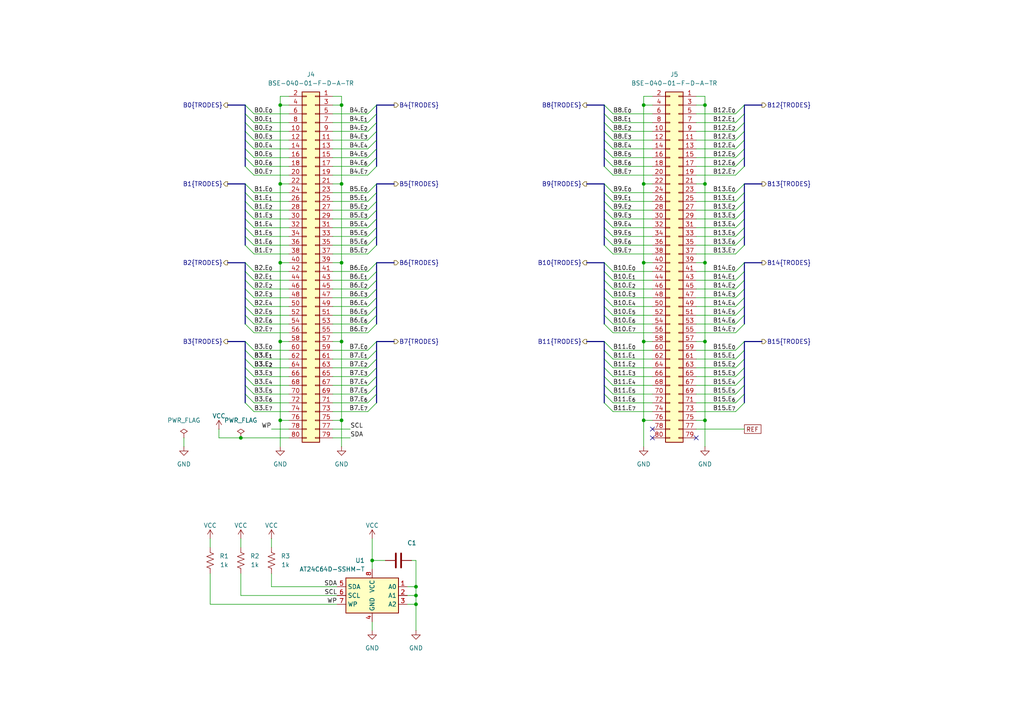
<source format=kicad_sch>
(kicad_sch (version 20250114) (generator "eeschema") (generator_version "9.0")
  (paper "A4")
  (title_block (title "Ephys Test Module - 64 Channel (MOLC)") (rev "B") (company "Open Ephys, Inc."))
  (lib_symbols
    (symbol "Connector_Generic:Conn_02x40_Odd_Even" (pin_names (offset 1.016) (hide yes))
      (property "Reference" "J" (at 1.27 50.8 0))
      (property "Value" "Conn_02x40_Odd_Even" (at 1.27 -53.34 0))
      (symbol "Conn_02x40_Odd_Even_1_1"
        (pin passive line (at -5.08 48.26 0) (length 3.81) (name "Pin_1") (number "1"))
        (pin passive line (at -5.08 45.72 0) (length 3.81) (name "Pin_3") (number "3"))
        (pin passive line (at -5.08 43.18 0) (length 3.81) (name "Pin_5") (number "5"))
        (pin passive line (at -5.08 40.64 0) (length 3.81) (name "Pin_7") (number "7"))
        (pin passive line (at -5.08 38.1 0) (length 3.81) (name "Pin_9") (number "9"))
        (pin passive line (at -5.08 35.56 0) (length 3.81) (name "Pin_11") (number "11"))
        (pin passive line (at -5.08 33.02 0) (length 3.81) (name "Pin_13") (number "13"))
        (pin passive line (at -5.08 30.48 0) (length 3.81) (name "Pin_15") (number "15"))
        (pin passive line (at -5.08 27.94 0) (length 3.81) (name "Pin_17") (number "17"))
        (pin passive line (at -5.08 25.4 0) (length 3.81) (name "Pin_19") (number "19"))
        (pin passive line (at -5.08 22.86 0) (length 3.81) (name "Pin_21") (number "21"))
        (pin passive line (at -5.08 20.32 0) (length 3.81) (name "Pin_23") (number "23"))
        (pin passive line (at -5.08 17.78 0) (length 3.81) (name "Pin_25") (number "25"))
        (pin passive line (at -5.08 15.24 0) (length 3.81) (name "Pin_27") (number "27"))
        (pin passive line (at -5.08 12.7 0) (length 3.81) (name "Pin_29") (number "29"))
        (pin passive line (at -5.08 10.16 0) (length 3.81) (name "Pin_31") (number "31"))
        (pin passive line (at -5.08 7.62 0) (length 3.81) (name "Pin_33") (number "33"))
        (pin passive line (at -5.08 5.08 0) (length 3.81) (name "Pin_35") (number "35"))
        (pin passive line (at -5.08 2.54 0) (length 3.81) (name "Pin_37") (number "37"))
        (pin passive line (at -5.08 0 0) (length 3.81) (name "Pin_39") (number "39"))
        (pin passive line (at -5.08 -2.54 0) (length 3.81) (name "Pin_41") (number "41"))
        (pin passive line (at -5.08 -5.08 0) (length 3.81) (name "Pin_43") (number "43"))
        (pin passive line (at -5.08 -7.62 0) (length 3.81) (name "Pin_45") (number "45"))
        (pin passive line (at -5.08 -10.16 0) (length 3.81) (name "Pin_47") (number "47"))
        (pin passive line (at -5.08 -12.7 0) (length 3.81) (name "Pin_49") (number "49"))
        (pin passive line (at -5.08 -15.24 0) (length 3.81) (name "Pin_51") (number "51"))
        (pin passive line (at -5.08 -17.78 0) (length 3.81) (name "Pin_53") (number "53"))
        (pin passive line (at -5.08 -20.32 0) (length 3.81) (name "Pin_55") (number "55"))
        (pin passive line (at -5.08 -22.86 0) (length 3.81) (name "Pin_57") (number "57"))
        (pin passive line (at -5.08 -25.4 0) (length 3.81) (name "Pin_59") (number "59"))
        (pin passive line (at -5.08 -27.94 0) (length 3.81) (name "Pin_61") (number "61"))
        (pin passive line (at -5.08 -30.48 0) (length 3.81) (name "Pin_63") (number "63"))
        (pin passive line (at -5.08 -33.02 0) (length 3.81) (name "Pin_65") (number "65"))
        (pin passive line (at -5.08 -35.56 0) (length 3.81) (name "Pin_67") (number "67"))
        (pin passive line (at -5.08 -38.1 0) (length 3.81) (name "Pin_69") (number "69"))
        (pin passive line (at -5.08 -40.64 0) (length 3.81) (name "Pin_71") (number "71"))
        (pin passive line (at -5.08 -43.18 0) (length 3.81) (name "Pin_73") (number "73"))
        (pin passive line (at -5.08 -45.72 0) (length 3.81) (name "Pin_75") (number "75"))
        (pin passive line (at -5.08 -48.26 0) (length 3.81) (name "Pin_77") (number "77"))
        (pin passive line (at -5.08 -50.8 0) (length 3.81) (name "Pin_79") (number "79"))
        (pin passive line (at 7.62 48.26 180) (length 3.81) (name "Pin_2") (number "2"))
        (pin passive line (at 7.62 45.72 180) (length 3.81) (name "Pin_4") (number "4"))
        (pin passive line (at 7.62 43.18 180) (length 3.81) (name "Pin_6") (number "6"))
        (pin passive line (at 7.62 40.64 180) (length 3.81) (name "Pin_8") (number "8"))
        (pin passive line (at 7.62 38.1 180) (length 3.81) (name "Pin_10") (number "10"))
        (pin passive line (at 7.62 35.56 180) (length 3.81) (name "Pin_12") (number "12"))
        (pin passive line (at 7.62 33.02 180) (length 3.81) (name "Pin_14") (number "14"))
        (pin passive line (at 7.62 30.48 180) (length 3.81) (name "Pin_16") (number "16"))
        (pin passive line (at 7.62 27.94 180) (length 3.81) (name "Pin_18") (number "18"))
        (pin passive line (at 7.62 25.4 180) (length 3.81) (name "Pin_20") (number "20"))
        (pin passive line (at 7.62 22.86 180) (length 3.81) (name "Pin_22") (number "22"))
        (pin passive line (at 7.62 20.32 180) (length 3.81) (name "Pin_24") (number "24"))
        (pin passive line (at 7.62 17.78 180) (length 3.81) (name "Pin_26") (number "26"))
        (pin passive line (at 7.62 15.24 180) (length 3.81) (name "Pin_28") (number "28"))
        (pin passive line (at 7.62 12.7 180) (length 3.81) (name "Pin_30") (number "30"))
        (pin passive line (at 7.62 10.16 180) (length 3.81) (name "Pin_32") (number "32"))
        (pin passive line (at 7.62 7.62 180) (length 3.81) (name "Pin_34") (number "34"))
        (pin passive line (at 7.62 5.08 180) (length 3.81) (name "Pin_36") (number "36"))
        (pin passive line (at 7.62 2.54 180) (length 3.81) (name "Pin_38") (number "38"))
        (pin passive line (at 7.62 0 180) (length 3.81) (name "Pin_40") (number "40"))
        (pin passive line (at 7.62 -2.54 180) (length 3.81) (name "Pin_42") (number "42"))
        (pin passive line (at 7.62 -5.08 180) (length 3.81) (name "Pin_44") (number "44"))
        (pin passive line (at 7.62 -7.62 180) (length 3.81) (name "Pin_46") (number "46"))
        (pin passive line (at 7.62 -10.16 180) (length 3.81) (name "Pin_48") (number "48"))
        (pin passive line (at 7.62 -12.7 180) (length 3.81) (name "Pin_50") (number "50"))
        (pin passive line (at 7.62 -15.24 180) (length 3.81) (name "Pin_52") (number "52"))
        (pin passive line (at 7.62 -17.78 180) (length 3.81) (name "Pin_54") (number "54"))
        (pin passive line (at 7.62 -20.32 180) (length 3.81) (name "Pin_56") (number "56"))
        (pin passive line (at 7.62 -22.86 180) (length 3.81) (name "Pin_58") (number "58"))
        (pin passive line (at 7.62 -25.4 180) (length 3.81) (name "Pin_60") (number "60"))
        (pin passive line (at 7.62 -27.94 180) (length 3.81) (name "Pin_62") (number "62"))
        (pin passive line (at 7.62 -30.48 180) (length 3.81) (name "Pin_64") (number "64"))
        (pin passive line (at 7.62 -33.02 180) (length 3.81) (name "Pin_66") (number "66"))
        (pin passive line (at 7.62 -35.56 180) (length 3.81) (name "Pin_68") (number "68"))
        (pin passive line (at 7.62 -38.1 180) (length 3.81) (name "Pin_70") (number "70"))
        (pin passive line (at 7.62 -40.64 180) (length 3.81) (name "Pin_72") (number "72"))
        (pin passive line (at 7.62 -43.18 180) (length 3.81) (name "Pin_74") (number "74"))
        (pin passive line (at 7.62 -45.72 180) (length 3.81) (name "Pin_76") (number "76"))
        (pin passive line (at 7.62 -48.26 180) (length 3.81) (name "Pin_78") (number "78"))
        (pin passive line (at 7.62 -50.8 180) (length 3.81) (name "Pin_80") (number "80"))
      )
    )
    (symbol "Device:C" (pin_numbers (hide yes)) (pin_names (offset 0.254))
      (property "Reference" "C" (at 0.635 2.54 0))
      (property "Value" "C" (at 0.635 -2.54 0))
      (symbol "C_1_1"
        (pin passive line (at 0 3.81 270) (length 2.794) (name "~") (number "1"))
        (pin passive line (at 0 -3.81 90) (length 2.794) (name "~") (number "2"))
      )
    )
    (symbol "Device:R_US" (pin_numbers (hide yes)) (pin_names (offset 0))
      (property "Reference" "R" (at 2.54 0 90))
      (property "Value" "R_US" (at -2.54 0 90))
      (symbol "R_US_1_1"
        (pin passive line (at 0 3.81 270) (length 1.27) (name "~") (number "1"))
        (pin passive line (at 0 -3.81 90) (length 1.27) (name "~") (number "2"))
      )
    )
    (symbol "Memory_EEPROM:AT24CS01-SSHM"
      (property "Reference" "U" (at -7.62 6.35 0))
      (property "Value" "AT24CS01-SSHM" (at 2.54 -6.35 0))
      (symbol "AT24CS01-SSHM_1_1"
        (pin input line (at -10.16 2.54 0) (length 2.54) (name "A0") (number "1"))
        (pin input line (at -10.16 0 0) (length 2.54) (name "A1") (number "2"))
        (pin input line (at -10.16 -2.54 0) (length 2.54) (name "A2") (number "3"))
        (pin power_in line (at 0 7.62 270) (length 2.54) (name "VCC") (number "8"))
        (pin power_in line (at 0 -7.62 90) (length 2.54) (name "GND") (number "4"))
        (pin bidirectional line (at 10.16 2.54 180) (length 2.54) (name "SDA") (number "5"))
        (pin input line (at 10.16 0 180) (length 2.54) (name "SCL") (number "6"))
        (pin input line (at 10.16 -2.54 180) (length 2.54) (name "WP") (number "7"))
      )
    )
    (symbol "power:GND" (power) (pin_numbers (hide yes)) (pin_names (offset 0) (hide yes))
      (property "Value" "GND" (at 0 -3.81 0))
      (symbol "GND_1_1"
        (pin power_in line (at 0 0 270) (length 0) (name "~") (number "1"))
      )
    )
    (symbol "power:PWR_FLAG" (power) (pin_numbers (hide yes)) (pin_names (offset 0) (hide yes))
      (property "Value" "PWR_FLAG" (at 0 3.81 0))
      (symbol "PWR_FLAG_0_0"
        (pin power_out line (at 0 0 90) (length 0) (name "~") (number "1"))
      )
    )
    (symbol "power:VCC" (power) (pin_numbers (hide yes)) (pin_names (offset 0) (hide yes))
      (property "Value" "VCC" (at 0 3.556 0))
      (symbol "VCC_1_1"
        (pin power_in line (at 0 0 90) (length 0) (name "~") (number "1"))
      )
    )
  )
  (bus_alias "TRODES" (members "E_{0}" "E_{1}" "E_{2}" "E_{3}" "E_{4}" "E_{5}" "E_{6}" "E_{7}"))
  (junction (at 81.28 99.06))
  (junction (at 99.06 99.06))
  (junction (at 204.47 121.92))
  (junction (at 99.06 76.2))
  (junction (at 186.69 30.48))
  (junction (at 120.65 172.72))
  (junction (at 186.69 121.92))
  (junction (at 81.28 30.48))
  (junction (at 186.69 76.2))
  (junction (at 107.95 162.56))
  (junction (at 81.28 53.34))
  (junction (at 69.85 127))
  (junction (at 99.06 121.92))
  (junction (at 204.47 30.48))
  (junction (at 81.28 76.2))
  (junction (at 99.06 53.34))
  (junction (at 120.65 170.18))
  (junction (at 186.69 53.34))
  (junction (at 99.06 30.48))
  (junction (at 204.47 76.2))
  (junction (at 81.28 121.92))
  (junction (at 120.65 175.26))
  (junction (at 204.47 53.34))
  (junction (at 186.69 99.06))
  (junction (at 204.47 99.06))
  (no_connect (at 189.23 124.46))
  (no_connect (at 189.23 127))
  (no_connect (at 201.93 127))
  (bus_entry (at 71.12 101.6) (size 2.54 2.54))
  (bus_entry (at 215.9 111.76) (size -2.54 2.54))
  (bus_entry (at 109.22 109.22) (size -2.54 2.54))
  (bus_entry (at 109.22 93.98) (size -2.54 2.54))
  (bus_entry (at 215.9 45.72) (size -2.54 2.54))
  (bus_entry (at 215.9 63.5) (size -2.54 2.54))
  (bus_entry (at 71.12 99.06) (size 2.54 2.54))
  (bus_entry (at 109.22 63.5) (size -2.54 2.54))
  (bus_entry (at 215.9 68.58) (size -2.54 2.54))
  (bus_entry (at 175.26 104.14) (size 2.54 2.54))
  (bus_entry (at 175.26 38.1) (size 2.54 2.54))
  (bus_entry (at 71.12 71.12) (size 2.54 2.54))
  (bus_entry (at 215.9 30.48) (size -2.54 2.54))
  (bus_entry (at 109.22 88.9) (size -2.54 2.54))
  (bus_entry (at 175.26 30.48) (size 2.54 2.54))
  (bus_entry (at 215.9 55.88) (size -2.54 2.54))
  (bus_entry (at 175.26 48.26) (size 2.54 2.54))
  (bus_entry (at 109.22 35.56) (size -2.54 2.54))
  (bus_entry (at 215.9 40.64) (size -2.54 2.54))
  (bus_entry (at 109.22 45.72) (size -2.54 2.54))
  (bus_entry (at 175.26 63.5) (size 2.54 2.54))
  (bus_entry (at 175.26 66.04) (size 2.54 2.54))
  (bus_entry (at 175.26 76.2) (size 2.54 2.54))
  (bus_entry (at 175.26 93.98) (size 2.54 2.54))
  (bus_entry (at 175.26 53.34) (size 2.54 2.54))
  (bus_entry (at 109.22 91.44) (size -2.54 2.54))
  (bus_entry (at 109.22 58.42) (size -2.54 2.54))
  (bus_entry (at 109.22 99.06) (size -2.54 2.54))
  (bus_entry (at 215.9 91.44) (size -2.54 2.54))
  (bus_entry (at 175.26 109.22) (size 2.54 2.54))
  (bus_entry (at 71.12 81.28) (size 2.54 2.54))
  (bus_entry (at 175.26 114.3) (size 2.54 2.54))
  (bus_entry (at 109.22 48.26) (size -2.54 2.54))
  (bus_entry (at 175.26 78.74) (size 2.54 2.54))
  (bus_entry (at 71.12 43.18) (size 2.54 2.54))
  (bus_entry (at 71.12 55.88) (size 2.54 2.54))
  (bus_entry (at 175.26 33.02) (size 2.54 2.54))
  (bus_entry (at 109.22 40.64) (size -2.54 2.54))
  (bus_entry (at 215.9 33.02) (size -2.54 2.54))
  (bus_entry (at 175.26 83.82) (size 2.54 2.54))
  (bus_entry (at 175.26 55.88) (size 2.54 2.54))
  (bus_entry (at 71.12 104.14) (size 2.54 2.54))
  (bus_entry (at 215.9 104.14) (size -2.54 2.54))
  (bus_entry (at 215.9 81.28) (size -2.54 2.54))
  (bus_entry (at 71.12 30.48) (size 2.54 2.54))
  (bus_entry (at 109.22 83.82) (size -2.54 2.54))
  (bus_entry (at 215.9 106.68) (size -2.54 2.54))
  (bus_entry (at 109.22 78.74) (size -2.54 2.54))
  (bus_entry (at 71.12 68.58) (size 2.54 2.54))
  (bus_entry (at 215.9 93.98) (size -2.54 2.54))
  (bus_entry (at 109.22 33.02) (size -2.54 2.54))
  (bus_entry (at 175.26 99.06) (size 2.54 2.54))
  (bus_entry (at 109.22 66.04) (size -2.54 2.54))
  (bus_entry (at 109.22 60.96) (size -2.54 2.54))
  (bus_entry (at 175.26 58.42) (size 2.54 2.54))
  (bus_entry (at 71.12 48.26) (size 2.54 2.54))
  (bus_entry (at 175.26 88.9) (size 2.54 2.54))
  (bus_entry (at 71.12 93.98) (size 2.54 2.54))
  (bus_entry (at 215.9 71.12) (size -2.54 2.54))
  (bus_entry (at 175.26 71.12) (size 2.54 2.54))
  (bus_entry (at 109.22 81.28) (size -2.54 2.54))
  (bus_entry (at 109.22 111.76) (size -2.54 2.54))
  (bus_entry (at 71.12 86.36) (size 2.54 2.54))
  (bus_entry (at 71.12 40.64) (size 2.54 2.54))
  (bus_entry (at 175.26 111.76) (size 2.54 2.54))
  (bus_entry (at 71.12 45.72) (size 2.54 2.54))
  (bus_entry (at 109.22 76.2) (size -2.54 2.54))
  (bus_entry (at 71.12 53.34) (size 2.54 2.54))
  (bus_entry (at 109.22 116.84) (size -2.54 2.54))
  (bus_entry (at 71.12 116.84) (size 2.54 2.54))
  (bus_entry (at 109.22 30.48) (size -2.54 2.54))
  (bus_entry (at 71.12 88.9) (size 2.54 2.54))
  (bus_entry (at 215.9 58.42) (size -2.54 2.54))
  (bus_entry (at 109.22 86.36) (size -2.54 2.54))
  (bus_entry (at 71.12 63.5) (size 2.54 2.54))
  (bus_entry (at 215.9 35.56) (size -2.54 2.54))
  (bus_entry (at 71.12 33.02) (size 2.54 2.54))
  (bus_entry (at 109.22 55.88) (size -2.54 2.54))
  (bus_entry (at 215.9 78.74) (size -2.54 2.54))
  (bus_entry (at 109.22 114.3) (size -2.54 2.54))
  (bus_entry (at 71.12 76.2) (size 2.54 2.54))
  (bus_entry (at 109.22 106.68) (size -2.54 2.54))
  (bus_entry (at 215.9 88.9) (size -2.54 2.54))
  (bus_entry (at 175.26 45.72) (size 2.54 2.54))
  (bus_entry (at 175.26 86.36) (size 2.54 2.54))
  (bus_entry (at 109.22 68.58) (size -2.54 2.54))
  (bus_entry (at 175.26 60.96) (size 2.54 2.54))
  (bus_entry (at 215.9 38.1) (size -2.54 2.54))
  (bus_entry (at 215.9 99.06) (size -2.54 2.54))
  (bus_entry (at 175.26 43.18) (size 2.54 2.54))
  (bus_entry (at 215.9 116.84) (size -2.54 2.54))
  (bus_entry (at 215.9 43.18) (size -2.54 2.54))
  (bus_entry (at 215.9 101.6) (size -2.54 2.54))
  (bus_entry (at 71.12 66.04) (size 2.54 2.54))
  (bus_entry (at 71.12 91.44) (size 2.54 2.54))
  (bus_entry (at 109.22 38.1) (size -2.54 2.54))
  (bus_entry (at 215.9 66.04) (size -2.54 2.54))
  (bus_entry (at 109.22 71.12) (size -2.54 2.54))
  (bus_entry (at 215.9 83.82) (size -2.54 2.54))
  (bus_entry (at 175.26 101.6) (size 2.54 2.54))
  (bus_entry (at 71.12 83.82) (size 2.54 2.54))
  (bus_entry (at 175.26 106.68) (size 2.54 2.54))
  (bus_entry (at 71.12 35.56) (size 2.54 2.54))
  (bus_entry (at 71.12 58.42) (size 2.54 2.54))
  (bus_entry (at 215.9 60.96) (size -2.54 2.54))
  (bus_entry (at 175.26 116.84) (size 2.54 2.54))
  (bus_entry (at 71.12 106.68) (size 2.54 2.54))
  (bus_entry (at 175.26 40.64) (size 2.54 2.54))
  (bus_entry (at 175.26 68.58) (size 2.54 2.54))
  (bus_entry (at 175.26 91.44) (size 2.54 2.54))
  (bus_entry (at 109.22 104.14) (size -2.54 2.54))
  (bus_entry (at 215.9 53.34) (size -2.54 2.54))
  (bus_entry (at 215.9 109.22) (size -2.54 2.54))
  (bus_entry (at 215.9 76.2) (size -2.54 2.54))
  (bus_entry (at 215.9 114.3) (size -2.54 2.54))
  (bus_entry (at 109.22 43.18) (size -2.54 2.54))
  (bus_entry (at 71.12 111.76) (size 2.54 2.54))
  (bus_entry (at 71.12 60.96) (size 2.54 2.54))
  (bus_entry (at 71.12 109.22) (size 2.54 2.54))
  (bus_entry (at 215.9 48.26) (size -2.54 2.54))
  (bus_entry (at 71.12 114.3) (size 2.54 2.54))
  (bus_entry (at 109.22 101.6) (size -2.54 2.54))
  (bus_entry (at 175.26 35.56) (size 2.54 2.54))
  (bus_entry (at 71.12 38.1) (size 2.54 2.54))
  (bus_entry (at 109.22 53.34) (size -2.54 2.54))
  (bus_entry (at 71.12 78.74) (size 2.54 2.54))
  (bus_entry (at 215.9 86.36) (size -2.54 2.54))
  (bus_entry (at 175.26 81.28) (size 2.54 2.54))
  (wire (pts (xy 186.69 76.2) (xy 186.69 99.06)))
  (wire (pts (xy 96.52 88.9) (xy 106.68 88.9)))
  (wire (pts (xy 96.52 99.06) (xy 99.06 99.06)))
  (wire (pts (xy 73.66 60.96) (xy 83.82 60.96)))
  (wire (pts (xy 99.06 99.06) (xy 99.06 121.92)))
  (bus (pts (xy 109.22 106.68) (xy 109.22 109.22)))
  (wire (pts (xy 201.93 88.9) (xy 213.36 88.9)))
  (wire (pts (xy 201.93 81.28) (xy 213.36 81.28)))
  (wire (pts (xy 177.8 119.38) (xy 189.23 119.38)))
  (bus (pts (xy 175.26 58.42) (xy 175.26 60.96)))
  (bus (pts (xy 71.12 45.72) (xy 71.12 48.26)))
  (wire (pts (xy 177.8 60.96) (xy 189.23 60.96)))
  (wire (pts (xy 177.8 43.18) (xy 189.23 43.18)))
  (bus (pts (xy 109.22 66.04) (xy 109.22 68.58)))
  (wire (pts (xy 186.69 76.2) (xy 189.23 76.2)))
  (wire (pts (xy 73.66 63.5) (xy 83.82 63.5)))
  (wire (pts (xy 96.52 81.28) (xy 106.68 81.28)))
  (bus (pts (xy 109.22 114.3) (xy 109.22 116.84)))
  (bus (pts (xy 175.26 104.14) (xy 175.26 106.68)))
  (bus (pts (xy 175.26 88.9) (xy 175.26 91.44)))
  (wire (pts (xy 177.8 40.64) (xy 189.23 40.64)))
  (wire (pts (xy 201.93 27.94) (xy 204.47 27.94)))
  (wire (pts (xy 96.52 83.82) (xy 106.68 83.82)))
  (wire (pts (xy 189.23 121.92) (xy 186.69 121.92)))
  (bus (pts (xy 215.9 86.36) (xy 215.9 88.9)))
  (bus (pts (xy 114.3 76.2) (xy 109.22 76.2)))
  (wire (pts (xy 177.8 63.5) (xy 189.23 63.5)))
  (wire (pts (xy 96.52 111.76) (xy 106.68 111.76)))
  (wire (pts (xy 81.28 27.94) (xy 81.28 30.48)))
  (wire (pts (xy 96.52 43.18) (xy 106.68 43.18)))
  (wire (pts (xy 81.28 99.06) (xy 81.28 121.92)))
  (wire (pts (xy 201.93 33.02) (xy 213.36 33.02)))
  (wire (pts (xy 201.93 78.74) (xy 213.36 78.74)))
  (bus (pts (xy 71.12 81.28) (xy 71.12 83.82)))
  (wire (pts (xy 177.8 68.58) (xy 189.23 68.58)))
  (wire (pts (xy 96.52 104.14) (xy 106.68 104.14)))
  (wire (pts (xy 120.65 162.56) (xy 119.38 162.56)))
  (bus (pts (xy 109.22 53.34) (xy 109.22 55.88)))
  (wire (pts (xy 201.93 76.2) (xy 204.47 76.2)))
  (wire (pts (xy 177.8 111.76) (xy 189.23 111.76)))
  (wire (pts (xy 73.66 86.36) (xy 83.82 86.36)))
  (bus (pts (xy 71.12 111.76) (xy 71.12 114.3)))
  (bus (pts (xy 71.12 63.5) (xy 71.12 66.04)))
  (wire (pts (xy 96.52 68.58) (xy 106.68 68.58)))
  (wire (pts (xy 201.93 111.76) (xy 213.36 111.76)))
  (wire (pts (xy 69.85 166.37) (xy 69.85 172.72)))
  (wire (pts (xy 107.95 156.21) (xy 107.95 162.56)))
  (wire (pts (xy 186.69 30.48) (xy 186.69 53.34)))
  (wire (pts (xy 96.52 53.34) (xy 99.06 53.34)))
  (wire (pts (xy 177.8 109.22) (xy 189.23 109.22)))
  (bus (pts (xy 66.04 30.48) (xy 71.12 30.48)))
  (bus (pts (xy 220.98 30.48) (xy 215.9 30.48)))
  (wire (pts (xy 186.69 53.34) (xy 189.23 53.34)))
  (wire (pts (xy 96.52 71.12) (xy 106.68 71.12)))
  (wire (pts (xy 73.66 83.82) (xy 83.82 83.82)))
  (bus (pts (xy 175.26 63.5) (xy 175.26 66.04)))
  (wire (pts (xy 81.28 76.2) (xy 83.82 76.2)))
  (wire (pts (xy 73.66 38.1) (xy 83.82 38.1)))
  (bus (pts (xy 71.12 55.88) (xy 71.12 58.42)))
  (wire (pts (xy 177.8 38.1) (xy 189.23 38.1)))
  (wire (pts (xy 96.52 116.84) (xy 106.68 116.84)))
  (bus (pts (xy 215.9 68.58) (xy 215.9 71.12)))
  (wire (pts (xy 118.11 172.72) (xy 120.65 172.72)))
  (wire (pts (xy 177.8 55.88) (xy 189.23 55.88)))
  (bus (pts (xy 109.22 78.74) (xy 109.22 81.28)))
  (wire (pts (xy 177.8 91.44) (xy 189.23 91.44)))
  (bus (pts (xy 175.26 30.48) (xy 175.26 33.02)))
  (wire (pts (xy 204.47 99.06) (xy 204.47 121.92)))
  (bus (pts (xy 109.22 35.56) (xy 109.22 38.1)))
  (bus (pts (xy 220.98 53.34) (xy 215.9 53.34)))
  (wire (pts (xy 81.28 30.48) (xy 81.28 53.34)))
  (bus (pts (xy 175.26 99.06) (xy 175.26 101.6)))
  (wire (pts (xy 96.52 55.88) (xy 106.68 55.88)))
  (bus (pts (xy 66.04 99.06) (xy 71.12 99.06)))
  (wire (pts (xy 73.66 119.38) (xy 83.82 119.38)))
  (wire (pts (xy 96.52 93.98) (xy 106.68 93.98)))
  (bus (pts (xy 215.9 78.74) (xy 215.9 81.28)))
  (bus (pts (xy 71.12 60.96) (xy 71.12 63.5)))
  (wire (pts (xy 96.52 30.48) (xy 99.06 30.48)))
  (bus (pts (xy 109.22 40.64) (xy 109.22 43.18)))
  (wire (pts (xy 73.66 81.28) (xy 83.82 81.28)))
  (wire (pts (xy 96.52 48.26) (xy 106.68 48.26)))
  (wire (pts (xy 73.66 106.68) (xy 83.82 106.68)))
  (bus (pts (xy 109.22 111.76) (xy 109.22 114.3)))
  (wire (pts (xy 201.93 124.46) (xy 215.9 124.46)))
  (wire (pts (xy 177.8 48.26) (xy 189.23 48.26)))
  (bus (pts (xy 109.22 86.36) (xy 109.22 88.9)))
  (bus (pts (xy 175.26 60.96) (xy 175.26 63.5)))
  (wire (pts (xy 73.66 58.42) (xy 83.82 58.42)))
  (wire (pts (xy 73.66 73.66) (xy 83.82 73.66)))
  (wire (pts (xy 53.34 127) (xy 53.34 129.54)))
  (wire (pts (xy 96.52 109.22) (xy 106.68 109.22)))
  (wire (pts (xy 201.93 63.5) (xy 213.36 63.5)))
  (bus (pts (xy 109.22 109.22) (xy 109.22 111.76)))
  (wire (pts (xy 96.52 58.42) (xy 106.68 58.42)))
  (wire (pts (xy 96.52 101.6) (xy 106.68 101.6)))
  (wire (pts (xy 96.52 45.72) (xy 106.68 45.72)))
  (wire (pts (xy 96.52 119.38) (xy 106.68 119.38)))
  (wire (pts (xy 201.93 73.66) (xy 213.36 73.66)))
  (bus (pts (xy 215.9 33.02) (xy 215.9 35.56)))
  (bus (pts (xy 109.22 38.1) (xy 109.22 40.64)))
  (wire (pts (xy 201.93 114.3) (xy 213.36 114.3)))
  (wire (pts (xy 96.52 38.1) (xy 106.68 38.1)))
  (wire (pts (xy 73.66 114.3) (xy 83.82 114.3)))
  (wire (pts (xy 73.66 48.26) (xy 83.82 48.26)))
  (bus (pts (xy 175.26 78.74) (xy 175.26 81.28)))
  (bus (pts (xy 71.12 78.74) (xy 71.12 81.28)))
  (wire (pts (xy 177.8 73.66) (xy 189.23 73.66)))
  (wire (pts (xy 73.66 33.02) (xy 83.82 33.02)))
  (bus (pts (xy 109.22 45.72) (xy 109.22 48.26)))
  (wire (pts (xy 73.66 45.72) (xy 83.82 45.72)))
  (wire (pts (xy 83.82 121.92) (xy 81.28 121.92)))
  (bus (pts (xy 109.22 60.96) (xy 109.22 63.5)))
  (wire (pts (xy 60.96 175.26) (xy 97.79 175.26)))
  (wire (pts (xy 73.66 96.52) (xy 83.82 96.52)))
  (wire (pts (xy 186.69 121.92) (xy 186.69 129.54)))
  (bus (pts (xy 71.12 76.2) (xy 71.12 78.74)))
  (wire (pts (xy 69.85 156.21) (xy 69.85 158.75)))
  (bus (pts (xy 109.22 58.42) (xy 109.22 60.96)))
  (bus (pts (xy 109.22 33.02) (xy 109.22 35.56)))
  (wire (pts (xy 204.47 53.34) (xy 204.47 76.2)))
  (bus (pts (xy 175.26 109.22) (xy 175.26 111.76)))
  (wire (pts (xy 63.5 127) (xy 63.5 124.46)))
  (bus (pts (xy 175.26 76.2) (xy 175.26 78.74)))
  (wire (pts (xy 177.8 50.8) (xy 189.23 50.8)))
  (bus (pts (xy 215.9 66.04) (xy 215.9 68.58)))
  (bus (pts (xy 175.26 114.3) (xy 175.26 116.84)))
  (bus (pts (xy 71.12 33.02) (xy 71.12 35.56)))
  (bus (pts (xy 114.3 30.48) (xy 109.22 30.48)))
  (wire (pts (xy 73.66 101.6) (xy 83.82 101.6)))
  (wire (pts (xy 81.28 53.34) (xy 81.28 76.2)))
  (wire (pts (xy 60.96 175.26) (xy 60.96 166.37)))
  (wire (pts (xy 204.47 121.92) (xy 204.47 129.54)))
  (wire (pts (xy 96.52 73.66) (xy 106.68 73.66)))
  (bus (pts (xy 170.18 53.34) (xy 175.26 53.34)))
  (wire (pts (xy 73.66 35.56) (xy 83.82 35.56)))
  (bus (pts (xy 114.3 99.06) (xy 109.22 99.06)))
  (wire (pts (xy 177.8 81.28) (xy 189.23 81.28)))
  (bus (pts (xy 175.26 91.44) (xy 175.26 93.98)))
  (wire (pts (xy 201.93 45.72) (xy 213.36 45.72)))
  (bus (pts (xy 71.12 109.22) (xy 71.12 111.76)))
  (bus (pts (xy 71.12 66.04) (xy 71.12 68.58)))
  (bus (pts (xy 175.26 35.56) (xy 175.26 38.1)))
  (wire (pts (xy 96.52 33.02) (xy 106.68 33.02)))
  (bus (pts (xy 71.12 53.34) (xy 71.12 55.88)))
  (bus (pts (xy 175.26 33.02) (xy 175.26 35.56)))
  (wire (pts (xy 73.66 66.04) (xy 83.82 66.04)))
  (bus (pts (xy 109.22 30.48) (xy 109.22 33.02)))
  (bus (pts (xy 71.12 35.56) (xy 71.12 38.1)))
  (wire (pts (xy 96.52 86.36) (xy 106.68 86.36)))
  (bus (pts (xy 71.12 68.58) (xy 71.12 71.12)))
  (bus (pts (xy 215.9 35.56) (xy 215.9 38.1)))
  (wire (pts (xy 186.69 30.48) (xy 189.23 30.48)))
  (wire (pts (xy 201.93 40.64) (xy 213.36 40.64)))
  (wire (pts (xy 96.52 127) (xy 101.6 127)))
  (bus (pts (xy 175.26 68.58) (xy 175.26 71.12)))
  (wire (pts (xy 73.66 116.84) (xy 83.82 116.84)))
  (wire (pts (xy 201.93 86.36) (xy 213.36 86.36)))
  (wire (pts (xy 201.93 48.26) (xy 213.36 48.26)))
  (bus (pts (xy 215.9 60.96) (xy 215.9 63.5)))
  (wire (pts (xy 78.74 124.46) (xy 83.82 124.46)))
  (wire (pts (xy 73.66 111.76) (xy 83.82 111.76)))
  (bus (pts (xy 109.22 63.5) (xy 109.22 66.04)))
  (bus (pts (xy 66.04 53.34) (xy 71.12 53.34)))
  (bus (pts (xy 109.22 91.44) (xy 109.22 93.98)))
  (bus (pts (xy 109.22 99.06) (xy 109.22 101.6)))
  (wire (pts (xy 69.85 127) (xy 63.5 127)))
  (wire (pts (xy 73.66 55.88) (xy 83.82 55.88)))
  (wire (pts (xy 69.85 172.72) (xy 97.79 172.72)))
  (wire (pts (xy 201.93 38.1) (xy 213.36 38.1)))
  (bus (pts (xy 220.98 99.06) (xy 215.9 99.06)))
  (wire (pts (xy 120.65 170.18) (xy 120.65 172.72)))
  (bus (pts (xy 71.12 40.64) (xy 71.12 43.18)))
  (bus (pts (xy 71.12 114.3) (xy 71.12 116.84)))
  (wire (pts (xy 81.28 121.92) (xy 81.28 129.54)))
  (wire (pts (xy 201.93 101.6) (xy 213.36 101.6)))
  (bus (pts (xy 170.18 76.2) (xy 175.26 76.2)))
  (wire (pts (xy 186.69 27.94) (xy 186.69 30.48)))
  (bus (pts (xy 215.9 111.76) (xy 215.9 114.3)))
  (wire (pts (xy 73.66 71.12) (xy 83.82 71.12)))
  (wire (pts (xy 96.52 124.46) (xy 101.6 124.46)))
  (wire (pts (xy 201.93 55.88) (xy 213.36 55.88)))
  (wire (pts (xy 201.93 83.82) (xy 213.36 83.82)))
  (bus (pts (xy 215.9 114.3) (xy 215.9 116.84)))
  (bus (pts (xy 109.22 101.6) (xy 109.22 104.14)))
  (wire (pts (xy 73.66 43.18) (xy 83.82 43.18)))
  (wire (pts (xy 201.93 71.12) (xy 213.36 71.12)))
  (bus (pts (xy 170.18 99.06) (xy 175.26 99.06)))
  (wire (pts (xy 189.23 27.94) (xy 186.69 27.94)))
  (wire (pts (xy 201.93 109.22) (xy 213.36 109.22)))
  (wire (pts (xy 177.8 58.42) (xy 189.23 58.42)))
  (wire (pts (xy 201.93 93.98) (xy 213.36 93.98)))
  (wire (pts (xy 73.66 68.58) (xy 83.82 68.58)))
  (bus (pts (xy 109.22 88.9) (xy 109.22 91.44)))
  (bus (pts (xy 109.22 81.28) (xy 109.22 83.82)))
  (bus (pts (xy 109.22 68.58) (xy 109.22 71.12)))
  (bus (pts (xy 215.9 38.1) (xy 215.9 40.64)))
  (wire (pts (xy 201.93 119.38) (xy 213.36 119.38)))
  (wire (pts (xy 201.93 91.44) (xy 213.36 91.44)))
  (wire (pts (xy 96.52 40.64) (xy 106.68 40.64)))
  (bus (pts (xy 215.9 91.44) (xy 215.9 93.98)))
  (bus (pts (xy 215.9 58.42) (xy 215.9 60.96)))
  (wire (pts (xy 186.69 53.34) (xy 186.69 76.2)))
  (wire (pts (xy 177.8 66.04) (xy 189.23 66.04)))
  (bus (pts (xy 175.26 101.6) (xy 175.26 104.14)))
  (bus (pts (xy 71.12 38.1) (xy 71.12 40.64)))
  (bus (pts (xy 215.9 53.34) (xy 215.9 55.88)))
  (wire (pts (xy 81.28 76.2) (xy 81.28 99.06)))
  (wire (pts (xy 107.95 162.56) (xy 107.95 165.1)))
  (wire (pts (xy 201.93 53.34) (xy 204.47 53.34)))
  (wire (pts (xy 69.85 127) (xy 83.82 127)))
  (wire (pts (xy 201.93 60.96) (xy 213.36 60.96)))
  (bus (pts (xy 71.12 88.9) (xy 71.12 91.44)))
  (wire (pts (xy 186.69 99.06) (xy 186.69 121.92)))
  (wire (pts (xy 96.52 66.04) (xy 106.68 66.04)))
  (bus (pts (xy 215.9 106.68) (xy 215.9 109.22)))
  (wire (pts (xy 186.69 99.06) (xy 189.23 99.06)))
  (wire (pts (xy 201.93 68.58) (xy 213.36 68.58)))
  (wire (pts (xy 118.11 175.26) (xy 120.65 175.26)))
  (bus (pts (xy 109.22 76.2) (xy 109.22 78.74)))
  (wire (pts (xy 96.52 27.94) (xy 99.06 27.94)))
  (wire (pts (xy 83.82 27.94) (xy 81.28 27.94)))
  (wire (pts (xy 177.8 71.12) (xy 189.23 71.12)))
  (bus (pts (xy 215.9 40.64) (xy 215.9 43.18)))
  (bus (pts (xy 66.04 76.2) (xy 71.12 76.2)))
  (wire (pts (xy 201.93 104.14) (xy 213.36 104.14)))
  (wire (pts (xy 201.93 35.56) (xy 213.36 35.56)))
  (wire (pts (xy 78.74 156.21) (xy 78.74 158.75)))
  (wire (pts (xy 96.52 91.44) (xy 106.68 91.44)))
  (bus (pts (xy 215.9 43.18) (xy 215.9 45.72)))
  (bus (pts (xy 175.26 53.34) (xy 175.26 55.88)))
  (wire (pts (xy 60.96 156.21) (xy 60.96 158.75)))
  (bus (pts (xy 175.26 83.82) (xy 175.26 86.36)))
  (wire (pts (xy 177.8 45.72) (xy 189.23 45.72)))
  (bus (pts (xy 215.9 63.5) (xy 215.9 66.04)))
  (wire (pts (xy 120.65 175.26) (xy 120.65 182.88)))
  (wire (pts (xy 201.93 66.04) (xy 213.36 66.04)))
  (bus (pts (xy 170.18 30.48) (xy 175.26 30.48)))
  (wire (pts (xy 204.47 30.48) (xy 204.47 53.34)))
  (bus (pts (xy 71.12 99.06) (xy 71.12 101.6)))
  (bus (pts (xy 215.9 55.88) (xy 215.9 58.42)))
  (bus (pts (xy 71.12 104.14) (xy 71.12 106.68)))
  (bus (pts (xy 175.26 43.18) (xy 175.26 45.72)))
  (bus (pts (xy 215.9 104.14) (xy 215.9 106.68)))
  (wire (pts (xy 73.66 40.64) (xy 83.82 40.64)))
  (wire (pts (xy 177.8 86.36) (xy 189.23 86.36)))
  (wire (pts (xy 73.66 93.98) (xy 83.82 93.98)))
  (wire (pts (xy 177.8 93.98) (xy 189.23 93.98)))
  (wire (pts (xy 73.66 78.74) (xy 83.82 78.74)))
  (wire (pts (xy 96.52 35.56) (xy 106.68 35.56)))
  (bus (pts (xy 71.12 86.36) (xy 71.12 88.9)))
  (bus (pts (xy 71.12 101.6) (xy 71.12 104.14)))
  (wire (pts (xy 78.74 166.37) (xy 78.74 170.18)))
  (wire (pts (xy 107.95 180.34) (xy 107.95 182.88)))
  (bus (pts (xy 215.9 109.22) (xy 215.9 111.76)))
  (bus (pts (xy 175.26 38.1) (xy 175.26 40.64)))
  (wire (pts (xy 177.8 116.84) (xy 189.23 116.84)))
  (wire (pts (xy 201.93 116.84) (xy 213.36 116.84)))
  (wire (pts (xy 81.28 53.34) (xy 83.82 53.34)))
  (wire (pts (xy 73.66 91.44) (xy 83.82 91.44)))
  (bus (pts (xy 109.22 55.88) (xy 109.22 58.42)))
  (wire (pts (xy 96.52 63.5) (xy 106.68 63.5)))
  (bus (pts (xy 175.26 106.68) (xy 175.26 109.22)))
  (wire (pts (xy 201.93 99.06) (xy 204.47 99.06)))
  (wire (pts (xy 96.52 96.52) (xy 106.68 96.52)))
  (wire (pts (xy 177.8 96.52) (xy 189.23 96.52)))
  (wire (pts (xy 177.8 83.82) (xy 189.23 83.82)))
  (wire (pts (xy 177.8 101.6) (xy 189.23 101.6)))
  (bus (pts (xy 71.12 91.44) (xy 71.12 93.98)))
  (wire (pts (xy 73.66 104.14) (xy 83.82 104.14)))
  (bus (pts (xy 215.9 81.28) (xy 215.9 83.82)))
  (bus (pts (xy 215.9 30.48) (xy 215.9 33.02)))
  (bus (pts (xy 71.12 106.68) (xy 71.12 109.22)))
  (wire (pts (xy 96.52 114.3) (xy 106.68 114.3)))
  (wire (pts (xy 107.95 162.56) (xy 111.76 162.56)))
  (wire (pts (xy 73.66 50.8) (xy 83.82 50.8)))
  (bus (pts (xy 175.26 66.04) (xy 175.26 68.58)))
  (bus (pts (xy 215.9 45.72) (xy 215.9 48.26)))
  (wire (pts (xy 99.06 27.94) (xy 99.06 30.48)))
  (wire (pts (xy 204.47 76.2) (xy 204.47 99.06)))
  (wire (pts (xy 201.93 121.92) (xy 204.47 121.92)))
  (wire (pts (xy 73.66 88.9) (xy 83.82 88.9)))
  (wire (pts (xy 204.47 27.94) (xy 204.47 30.48)))
  (bus (pts (xy 175.26 40.64) (xy 175.26 43.18)))
  (wire (pts (xy 201.93 58.42) (xy 213.36 58.42)))
  (bus (pts (xy 215.9 101.6) (xy 215.9 104.14)))
  (wire (pts (xy 177.8 35.56) (xy 189.23 35.56)))
  (bus (pts (xy 109.22 83.82) (xy 109.22 86.36)))
  (wire (pts (xy 177.8 106.68) (xy 189.23 106.68)))
  (wire (pts (xy 81.28 30.48) (xy 83.82 30.48)))
  (bus (pts (xy 114.3 53.34) (xy 109.22 53.34)))
  (wire (pts (xy 99.06 121.92) (xy 99.06 129.54)))
  (wire (pts (xy 78.74 170.18) (xy 97.79 170.18)))
  (wire (pts (xy 73.66 109.22) (xy 83.82 109.22)))
  (wire (pts (xy 99.06 76.2) (xy 99.06 99.06)))
  (bus (pts (xy 109.22 43.18) (xy 109.22 45.72)))
  (wire (pts (xy 118.11 170.18) (xy 120.65 170.18)))
  (bus (pts (xy 175.26 45.72) (xy 175.26 48.26)))
  (bus (pts (xy 215.9 83.82) (xy 215.9 86.36)))
  (wire (pts (xy 201.93 96.52) (xy 213.36 96.52)))
  (wire (pts (xy 201.93 43.18) (xy 213.36 43.18)))
  (wire (pts (xy 96.52 121.92) (xy 99.06 121.92)))
  (bus (pts (xy 71.12 30.48) (xy 71.12 33.02)))
  (bus (pts (xy 175.26 86.36) (xy 175.26 88.9)))
  (wire (pts (xy 96.52 76.2) (xy 99.06 76.2)))
  (bus (pts (xy 175.26 81.28) (xy 175.26 83.82)))
  (wire (pts (xy 99.06 53.34) (xy 99.06 76.2)))
  (wire (pts (xy 120.65 172.72) (xy 120.65 175.26)))
  (wire (pts (xy 96.52 78.74) (xy 106.68 78.74)))
  (wire (pts (xy 201.93 50.8) (xy 213.36 50.8)))
  (bus (pts (xy 215.9 76.2) (xy 215.9 78.74)))
  (bus (pts (xy 215.9 88.9) (xy 215.9 91.44)))
  (wire (pts (xy 177.8 33.02) (xy 189.23 33.02)))
  (wire (pts (xy 96.52 60.96) (xy 106.68 60.96)))
  (wire (pts (xy 201.93 30.48) (xy 204.47 30.48)))
  (bus (pts (xy 220.98 76.2) (xy 215.9 76.2)))
  (wire (pts (xy 96.52 50.8) (xy 106.68 50.8)))
  (wire (pts (xy 177.8 104.14) (xy 189.23 104.14)))
  (bus (pts (xy 109.22 104.14) (xy 109.22 106.68)))
  (wire (pts (xy 201.93 106.68) (xy 213.36 106.68)))
  (bus (pts (xy 175.26 55.88) (xy 175.26 58.42)))
  (bus (pts (xy 71.12 83.82) (xy 71.12 86.36)))
  (wire (pts (xy 96.52 106.68) (xy 106.68 106.68)))
  (wire (pts (xy 99.06 30.48) (xy 99.06 53.34)))
  (bus (pts (xy 71.12 43.18) (xy 71.12 45.72)))
  (wire (pts (xy 120.65 162.56) (xy 120.65 170.18)))
  (wire (pts (xy 81.28 99.06) (xy 83.82 99.06)))
  (bus (pts (xy 215.9 99.06) (xy 215.9 101.6)))
  (wire (pts (xy 177.8 114.3) (xy 189.23 114.3)))
  (bus (pts (xy 175.26 111.76) (xy 175.26 114.3)))
  (bus (pts (xy 71.12 58.42) (xy 71.12 60.96)))
  (wire (pts (xy 177.8 88.9) (xy 189.23 88.9)))
  (wire (pts (xy 177.8 78.74) (xy 189.23 78.74)))
  (label "B14.E_{5}" (at 213.36 91.44 180))
  (label "B12.E_{5}" (at 213.36 45.72 180))
  (label "B4.E_{3}" (at 106.68 40.64 180))
  (label "B13.E_{3}" (at 213.36 63.5 180))
  (label "B5.E_{5}" (at 106.68 68.58 180))
  (label "B3.E_{1}" (at 73.66 104.14 0))
  (label "B3.E_{6}" (at 73.66 116.84 0))
  (label "B7.E_{7}" (at 106.68 119.38 180))
  (label "B15.E_{7}" (at 213.36 119.38 180))
  (label "B0.E_{1}" (at 73.66 35.56 0))
  (label "B9.E_{0}" (at 177.8 55.88 0))
  (label "B15.E_{2}" (at 213.36 106.68 180))
  (label "B9.E_{1}" (at 177.8 58.42 0))
  (label "B0.E_{0}" (at 73.66 33.02 0))
  (label "B14.E_{7}" (at 213.36 96.52 180))
  (label "B4.E_{0}" (at 106.68 33.02 180))
  (label "B9.E_{6}" (at 177.8 71.12 0))
  (label "B6.E_{3}" (at 106.68 86.36 180))
  (label "B8.E_{3}" (at 177.8 40.64 0))
  (label "B0.E_{4}" (at 73.66 43.18 0))
  (label "B3.E_{7}" (at 73.66 119.38 0))
  (label "B8.E_{5}" (at 177.8 45.72 0))
  (label "B3.E_{5}" (at 73.66 114.3 0))
  (label "B15.E_{4}" (at 213.36 111.76 180))
  (label "SCL" (at 101.6 124.46 0))
  (label "B13.E_{7}" (at 213.36 73.66 180))
  (label "B12.E_{6}" (at 213.36 48.26 180))
  (label "B5.E_{6}" (at 106.68 71.12 180))
  (label "B5.E_{7}" (at 106.68 73.66 180))
  (label "B7.E_{4}" (at 106.68 111.76 180))
  (label "B2.E_{4}" (at 73.66 88.9 0))
  (label "B6.E_{1}" (at 106.68 81.28 180))
  (label "B6.E_{5}" (at 106.68 91.44 180))
  (label "B9.E_{7}" (at 177.8 73.66 0))
  (label "B2.E_{2}" (at 73.66 83.82 0))
  (label "B1.E_{6}" (at 73.66 71.12 0))
  (label "B10.E_{5}" (at 177.8 91.44 0))
  (label "B9.E_{5}" (at 177.8 68.58 0))
  (label "B8.E_{7}" (at 177.8 50.8 0))
  (label "B13.E_{0}" (at 213.36 55.88 180))
  (label "B7.E_{3}" (at 106.68 109.22 180))
  (label "B7.E_{0}" (at 106.68 101.6 180))
  (label "B6.E_{2}" (at 106.68 83.82 180))
  (label "B12.E_{1}" (at 213.36 35.56 180))
  (label "B5.E_{4}" (at 106.68 66.04 180))
  (label "B15.E_{1}" (at 213.36 104.14 180))
  (label "WP" (at 97.79 175.26 180))
  (label "B2.E_{1}" (at 73.66 81.28 0))
  (label "B11.E_{7}" (at 177.8 119.38 0))
  (label "B9.E_{2}" (at 177.8 60.96 0))
  (label "B0.E_{6}" (at 73.66 48.26 0))
  (label "B1.E_{4}" (at 73.66 66.04 0))
  (label "B14.E_{4}" (at 213.36 88.9 180))
  (label "B3.E_{0}" (at 73.66 101.6 0))
  (label "B12.E_{2}" (at 213.36 38.1 180))
  (label "B11.E_{0}" (at 177.8 101.6 0))
  (label "B3.E_{2}" (at 73.66 106.68 0))
  (label "B14.E_{0}" (at 213.36 78.74 180))
  (label "WP" (at 78.74 124.46 180))
  (label "B11.E_{2}" (at 177.8 106.68 0))
  (label "B2.E_{5}" (at 73.66 91.44 0))
  (label "B1.E_{5}" (at 73.66 68.58 0))
  (label "B11.E_{5}" (at 177.8 114.3 0))
  (label "B1.E_{1}" (at 73.66 58.42 0))
  (label "B5.E_{3}" (at 106.68 63.5 180))
  (label "B10.E_{6}" (at 177.8 93.98 0))
  (label "B8.E_{1}" (at 177.8 35.56 0))
  (label "B8.E_{2}" (at 177.8 38.1 0))
  (label "B13.E_{2}" (at 213.36 60.96 180))
  (label "B2.E_{7}" (at 73.66 96.52 0))
  (label "B4.E_{5}" (at 106.68 45.72 180))
  (label "B13.E_{1}" (at 213.36 58.42 180))
  (label "B13.E_{6}" (at 213.36 71.12 180))
  (label "B11.E_{3}" (at 177.8 109.22 0))
  (label "B1.E_{7}" (at 73.66 73.66 0))
  (label "SDA" (at 97.79 170.18 180))
  (label "B14.E_{6}" (at 213.36 93.98 180))
  (label "B12.E_{0}" (at 213.36 33.02 180))
  (label "B5.E_{1}" (at 106.68 58.42 180))
  (label "B3.E_{4}" (at 73.66 111.76 0))
  (label "B4.E_{4}" (at 106.68 43.18 180))
  (label "B15.E_{5}" (at 213.36 114.3 180))
  (label "B14.E_{2}" (at 213.36 83.82 180))
  (label "B15.E_{6}" (at 213.36 116.84 180))
  (label "B10.E_{7}" (at 177.8 96.52 0))
  (label "B0.E_{5}" (at 73.66 45.72 0))
  (label "B10.E_{0}" (at 177.8 78.74 0))
  (label "B3.E_{3}" (at 73.66 109.22 0))
  (label "B4.E_{2}" (at 106.68 38.1 180))
  (label "B12.E_{7}" (at 213.36 50.8 180))
  (label "B2.E_{0}" (at 73.66 78.74 0))
  (label "B13.E_{4}" (at 213.36 66.04 180))
  (label "B4.E_{7}" (at 106.68 50.8 180))
  (label "B12.E_{4}" (at 213.36 43.18 180))
  (label "B6.E_{4}" (at 106.68 88.9 180))
  (label "B2.E_{6}" (at 73.66 93.98 0))
  (label "B1.E_{0}" (at 73.66 55.88 0))
  (label "B4.E_{1}" (at 106.68 35.56 180))
  (label "B10.E_{1}" (at 177.8 81.28 0))
  (label "B14.E_{1}" (at 213.36 81.28 180))
  (label "B1.E_{2}" (at 73.66 60.96 0))
  (label "B1.E_{3}" (at 73.66 63.5 0))
  (label "B10.E_{3}" (at 177.8 86.36 0))
  (label "B0.E_{3}" (at 73.66 40.64 0))
  (label "B5.E_{0}" (at 106.68 55.88 180))
  (label "B15.E_{3}" (at 213.36 109.22 180))
  (label "B2.E_{3}" (at 73.66 86.36 0))
  (label "B11.E_{1}" (at 177.8 104.14 0))
  (label "B9.E_{3}" (at 177.8 63.5 0))
  (label "SDA" (at 101.6 127 0))
  (label "B0.E_{2}" (at 73.66 38.1 0))
  (label "B8.E_{4}" (at 177.8 43.18 0))
  (label "B0.E_{7}" (at 73.66 50.8 0))
  (label "B10.E_{4}" (at 177.8 88.9 0))
  (label "B8.E_{0}" (at 177.8 33.02 0))
  (label "B3.E_{2}" (at 73.66 106.68 0))
  (label "B11.E_{6}" (at 177.8 116.84 0))
  (label "B7.E_{2}" (at 106.68 106.68 180))
  (label "B13.E_{5}" (at 213.36 68.58 180))
  (label "B9.E_{4}" (at 177.8 66.04 0))
  (label "B11.E_{4}" (at 177.8 111.76 0))
  (label "B7.E_{1}" (at 106.68 104.14 180))
  (label "B6.E_{0}" (at 106.68 78.74 180))
  (label "B8.E_{6}" (at 177.8 48.26 0))
  (label "B3.E_{1}" (at 73.66 104.14 0))
  (label "SCL" (at 97.79 172.72 180))
  (label "B10.E_{2}" (at 177.8 83.82 0))
  (label "B12.E_{3}" (at 213.36 40.64 180))
  (label "B14.E_{3}" (at 213.36 86.36 180))
  (label "B7.E_{5}" (at 106.68 114.3 180))
  (label "B6.E_{6}" (at 106.68 93.98 180))
  (label "B7.E_{6}" (at 106.68 116.84 180))
  (label "B15.E_{0}" (at 213.36 101.6 180))
  (label "B5.E_{2}" (at 106.68 60.96 180))
  (label "B4.E_{6}" (at 106.68 48.26 180))
  (label "B6.E_{7}" (at 106.68 96.52 180))
  (global_label "REF" (shape passive) (at 215.9 124.46 0) (property "Intersheetrefs" "${INTERSHEET_REFS}" (effects (hide yes))))
  (hierarchical_label "B0{TRODES}" (shape output) (at 66.04 30.48 180))
  (hierarchical_label "B6{TRODES}" (shape output) (at 114.3 76.2 0))
  (hierarchical_label "B4{TRODES}" (shape output) (at 114.3 30.48 0))
  (hierarchical_label "B15{TRODES}" (shape output) (at 220.98 99.06 0))
  (hierarchical_label "B14{TRODES}" (shape output) (at 220.98 76.2 0))
  (hierarchical_label "B2{TRODES}" (shape output) (at 66.04 76.2 180))
  (hierarchical_label "B9{TRODES}" (shape output) (at 170.18 53.34 180))
  (hierarchical_label "B8{TRODES}" (shape output) (at 170.18 30.48 180))
  (hierarchical_label "B12{TRODES}" (shape output) (at 220.98 30.48 0))
  (hierarchical_label "B3{TRODES}" (shape output) (at 66.04 99.06 180))
  (hierarchical_label "B5{TRODES}" (shape output) (at 114.3 53.34 0))
  (hierarchical_label "B1{TRODES}" (shape output) (at 66.04 53.34 180))
  (hierarchical_label "B7{TRODES}" (shape output) (at 114.3 99.06 0))
  (hierarchical_label "B10{TRODES}" (shape output) (at 170.18 76.2 180))
  (hierarchical_label "B13{TRODES}" (shape output) (at 220.98 53.34 0))
  (hierarchical_label "B11{TRODES}" (shape output) (at 170.18 99.06 180))
  (symbol (lib_id "power:VCC") (at 107.95 156.21 0) (mirror y) (unit 1)
    (property "Reference" "#PWR09" (effects (hide yes)))
    (property "Value" "VCC" (at 107.95 152.4 0))
    (property "Description" "Power symbol creates a global label with name \"VCC\"" (effects (hide yes)))
  )
  (symbol (lib_id "power:GND") (at 81.28 129.54 0) (mirror y) (unit 1)
    (property "Reference" "#PWR07" (effects (hide yes)))
    (property "Value" "GND" (at 81.28 134.62 0))
    (property "Description" "Power symbol creates a global label with name \"GND\" , ground" (effects (hide yes)))
  )
  (symbol (lib_id "Connector_Generic:Conn_02x40_Odd_Even") (at 91.44 76.2 0) (mirror y) (unit 1)
    (property "Reference" "J4" (at 90.17 21.59 0))
    (property "Value" "BSE-040-01-F-D-A-TR" (at 90.17 24.13 0))
    (property "Footprint" "jonnew:SAMTEC_BSE-040-01-X-D-A" (effects (hide yes)))
    (property "Description" "Generic connector, double row, 02x40, odd/even pin numbering scheme (row 1 odd numbers, row 2 even numbers), script generated (kicad-library-utils/schlib/autogen/connector/)" (effects (hide yes)))
    (property "MPN" "BSE-040-01-F-D-A-TR" (effects (hide yes)))
    (property "OEPS DESC" "CONNECTOR:   CONN RCPT 80POS SMD GOLD   [BSE-040-01-F-D-A-TR] [SMD]" (effects (hide yes)))
    (property "OEPSPN" "OEPS070100" (effects (hide yes)))
  )
  (symbol (lib_id "power:GND") (at 99.06 129.54 0) (mirror y) (unit 1)
    (property "Reference" "#PWR08" (effects (hide yes)))
    (property "Value" "GND" (at 99.06 134.62 0))
    (property "Description" "Power symbol creates a global label with name \"GND\" , ground" (effects (hide yes)))
  )
  (symbol (lib_id "Connector_Generic:Conn_02x40_Odd_Even") (at 196.85 76.2 0) (mirror y) (unit 1)
    (property "Reference" "J5" (at 195.58 21.59 0))
    (property "Value" "BSE-040-01-F-D-A-TR" (at 195.58 24.13 0))
    (property "Footprint" "jonnew:SAMTEC_BSE-040-01-X-D-A" (effects (hide yes)))
    (property "Description" "Generic connector, double row, 02x40, odd/even pin numbering scheme (row 1 odd numbers, row 2 even numbers), script generated (kicad-library-utils/schlib/autogen/connector/)" (effects (hide yes)))
    (property "MPN" "BSE-040-01-F-D-A-TR" (effects (hide yes)))
    (property "OEPS DESC" "CONNECTOR:   CONN RCPT 80POS SMD GOLD   [BSE-040-01-F-D-A-TR] [SMD]" (effects (hide yes)))
    (property "OEPSPN" "OEPS070100" (effects (hide yes)))
  )
  (symbol (lib_id "power:VCC") (at 63.5 124.46 0) (mirror y) (unit 1)
    (property "Reference" "#PWR04" (effects (hide yes)))
    (property "Value" "VCC" (at 63.5 120.65 0))
    (property "Description" "Power symbol creates a global label with name \"VCC\"" (effects (hide yes)))
  )
  (symbol (lib_id "power:GND") (at 120.65 182.88 0) (mirror y) (unit 1)
    (property "Reference" "#PWR011" (effects (hide yes)))
    (property "Value" "GND" (at 120.65 187.96 0))
    (property "Description" "Power symbol creates a global label with name \"GND\" , ground" (effects (hide yes)))
  )
  (symbol (lib_id "power:GND") (at 53.34 129.54 0) (mirror y) (unit 1)
    (property "Reference" "#PWR02" (effects (hide yes)))
    (property "Value" "GND" (at 53.34 134.62 0))
    (property "Description" "Power symbol creates a global label with name \"GND\" , ground" (effects (hide yes)))
  )
  (symbol (lib_id "Device:R_US") (at 60.96 162.56 0) (unit 1)
    (property "Reference" "R1" (at 65.024 161.29 0))
    (property "Value" "1k" (at 65.024 163.83 0))
    (property "Footprint" "Resistor_SMD:R_0402_1005Metric" (effects (hide yes)))
    (property "Description" "Resistor, US symbol" (effects (hide yes)))
    (property "Tolerance" "1%" (effects (hide yes)))
    (property "MPN" "CRCW04021K00FKED" (effects (hide yes)))
    (property "OEPS DESC" "RESISTOR:   SMD 0402 1kΩ ±1% 0.063W   [CRCW04021K00FKED] [SMD]" (effects (hide yes)))
    (property "OEPSPN" "OEPS020027" (effects (hide yes)))
  )
  (symbol (lib_id "Device:R_US") (at 69.85 162.56 0) (unit 1)
    (property "Reference" "R2" (at 73.914 161.29 0))
    (property "Value" "1k" (at 73.914 163.83 0))
    (property "Footprint" "Resistor_SMD:R_0402_1005Metric" (effects (hide yes)))
    (property "Description" "Resistor, US symbol" (effects (hide yes)))
    (property "Tolerance" "1%" (effects (hide yes)))
    (property "MPN" "CRCW04021K00FKED" (effects (hide yes)))
    (property "OEPS DESC" "RESISTOR:   SMD 0402 1kΩ ±1% 0.063W   [CRCW04021K00FKED] [SMD]" (effects (hide yes)))
    (property "OEPSPN" "OEPS020027" (effects (hide yes)))
  )
  (symbol (lib_id "Device:R_US") (at 78.74 162.56 0) (unit 1)
    (property "Reference" "R3" (at 82.804 161.29 0))
    (property "Value" "1k" (at 82.804 163.83 0))
    (property "Footprint" "Resistor_SMD:R_0402_1005Metric" (effects (hide yes)))
    (property "Description" "Resistor, US symbol" (effects (hide yes)))
    (property "Tolerance" "1%" (effects (hide yes)))
    (property "MPN" "CRCW04021K00FKED" (effects (hide yes)))
    (property "OEPS DESC" "RESISTOR:   SMD 0402 1kΩ ±1% 0.063W   [CRCW04021K00FKED] [SMD]" (effects (hide yes)))
    (property "OEPSPN" "OEPS020027" (effects (hide yes)))
  )
  (symbol (lib_id "power:VCC") (at 69.85 156.21 0) (mirror y) (unit 1)
    (property "Reference" "#PWR05" (effects (hide yes)))
    (property "Value" "VCC" (at 69.85 152.4 0))
    (property "Description" "Power symbol creates a global label with name \"VCC\"" (effects (hide yes)))
  )
  (symbol (lib_id "power:GND") (at 186.69 129.54 0) (mirror y) (unit 1)
    (property "Reference" "#PWR012" (effects (hide yes)))
    (property "Value" "GND" (at 186.69 134.62 0))
    (property "Description" "Power symbol creates a global label with name \"GND\" , ground" (effects (hide yes)))
  )
  (symbol (lib_id "Memory_EEPROM:AT24CS01-SSHM") (at 107.95 172.72 0) (mirror y) (unit 1)
    (property "Reference" "U1" (at 105.8067 162.56 0) (effects (justify left)))
    (property "Value" "AT24C64D-SSHM-T" (at 105.8067 165.1 0) (effects (justify left)))
    (property "Footprint" "Package_SO:SOIC-8_3.9x4.9mm_P1.27mm" (effects (hide yes)))
    (property "Datasheet" "https://ww1.microchip.com/downloads/en/DeviceDoc/AT24C64D-I%C2%B2C-Compatible-(2-Wire)-Serial-EEPROM-64-Kbit-(8,192x8)-20005937C.pdf" (effects (hide yes)))
    (property "Description" "I2C Serial EEPROM, 1Kb (128x8) with Unique Serial Number, SO8" (effects (hide yes)))
    (property "MPN" "AT24C64D-SSHM-T" (effects (hide yes)))
    (property "OEPS DESC" "IC:   EEPROM 64KBIT I2C   [AT24C64D-SSHM-T] [8-SOIC]" (effects (hide yes)))
    (property "OEPSPN" "OEPS080150" (effects (hide yes)))
  )
  (symbol (lib_id "power:PWR_FLAG") (at 69.85 127 0) (unit 1)
    (property "Reference" "#FLG02" (effects (hide yes)))
    (property "Value" "PWR_FLAG" (at 69.85 121.92 0))
    (property "Description" "Special symbol for telling ERC where power comes from" (effects (hide yes)))
  )
  (symbol (lib_id "power:PWR_FLAG") (at 53.34 127 0) (unit 1)
    (property "Reference" "#FLG01" (effects (hide yes)))
    (property "Value" "PWR_FLAG" (at 53.34 121.92 0))
    (property "Description" "Special symbol for telling ERC where power comes from" (effects (hide yes)))
  )
  (symbol (lib_id "power:GND") (at 107.95 182.88 0) (mirror y) (unit 1)
    (property "Reference" "#PWR010" (effects (hide yes)))
    (property "Value" "GND" (at 107.95 187.96 0))
    (property "Description" "Power symbol creates a global label with name \"GND\" , ground" (effects (hide yes)))
  )
  (symbol (lib_id "power:VCC") (at 60.96 156.21 0) (mirror y) (unit 1)
    (property "Reference" "#PWR03" (effects (hide yes)))
    (property "Value" "VCC" (at 60.96 152.4 0))
    (property "Description" "Power symbol creates a global label with name \"VCC\"" (effects (hide yes)))
  )
  (symbol (lib_id "power:VCC") (at 78.74 156.21 0) (mirror y) (unit 1)
    (property "Reference" "#PWR06" (effects (hide yes)))
    (property "Value" "VCC" (at 78.74 152.4 0))
    (property "Description" "Power symbol creates a global label with name \"VCC\"" (effects (hide yes)))
  )
  (symbol (lib_id "Device:C") (at 115.57 162.56 90) (mirror x) (unit 1)
    (property "Reference" "C1" (at 118.11 157.48 90) (effects (justify right)))
    (property "Value" "100nF" (effects (hide yes)))
    (property "Footprint" "Capacitor_SMD:C_0402_1005Metric" (effects (hide yes)))
    (property "Description" "Unpolarized capacitor" (effects (hide yes)))
    (property "Tolerance" "X5R" (effects (hide yes)))
    (property "MPN" "C1005X5R1V104K050BB" (effects (hide yes)))
    (property "OEPS DESC" "CAPACITOR:   SMD CER 0402 100nF 35V ±10% X5R    [C1005X5R1V104K050BB] [SMD]" (effects (hide yes)))
    (property "OEPSPN" "OEPS010066" (effects (hide yes)))
  )
  (symbol (lib_id "power:GND") (at 204.47 129.54 0) (mirror y) (unit 1)
    (property "Reference" "#PWR013" (effects (hide yes)))
    (property "Value" "GND" (at 204.47 134.62 0))
    (property "Description" "Power symbol creates a global label with name \"GND\" , ground" (effects (hide yes)))
  )
)
</source>
